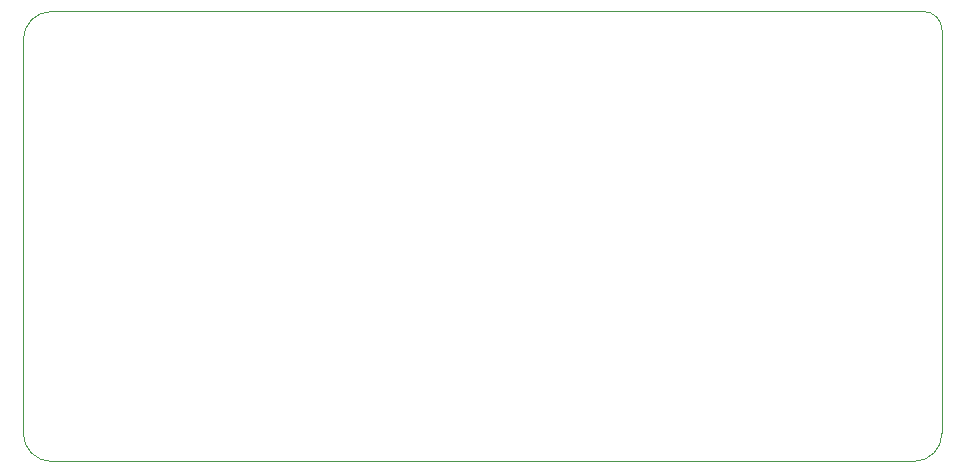
<source format=gbr>
G04 #@! TF.GenerationSoftware,KiCad,Pcbnew,5.1.5*
G04 #@! TF.CreationDate,2020-01-27T21:51:43-06:00*
G04 #@! TF.ProjectId,pcbtut,70636274-7574-42e6-9b69-6361645f7063,rev?*
G04 #@! TF.SameCoordinates,Original*
G04 #@! TF.FileFunction,Profile,NP*
%FSLAX46Y46*%
G04 Gerber Fmt 4.6, Leading zero omitted, Abs format (unit mm)*
G04 Created by KiCad (PCBNEW 5.1.5) date 2020-01-27 21:51:43*
%MOMM*%
%LPD*%
G04 APERTURE LIST*
%ADD10C,0.050000*%
G04 APERTURE END LIST*
D10*
X112712500Y-147637500D02*
X112712500Y-114300000D01*
X115093750Y-150018750D02*
X150812500Y-150018750D01*
X150812500Y-111918750D02*
X115093750Y-111918750D01*
X188912500Y-111918750D02*
X150812500Y-111918750D01*
X190500000Y-147637500D02*
X190500000Y-113506250D01*
X150812500Y-150018750D02*
X188118750Y-150018750D01*
X188912500Y-111918750D02*
G75*
G02X190500000Y-113506250I0J-1587500D01*
G01*
X190500000Y-147637500D02*
G75*
G02X188118750Y-150018750I-2381250J0D01*
G01*
X115093750Y-150018750D02*
G75*
G02X112712500Y-147637500I0J2381250D01*
G01*
X112712500Y-114300000D02*
G75*
G02X115093750Y-111918750I2381250J0D01*
G01*
M02*

</source>
